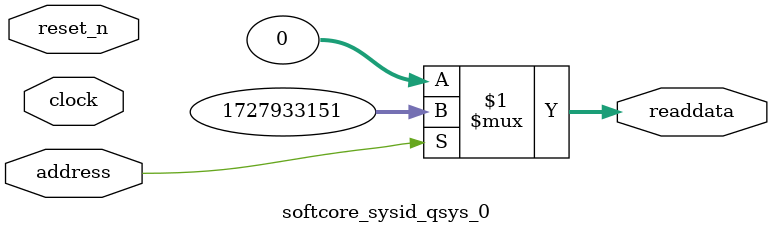
<source format=v>



// synthesis translate_off
`timescale 1ns / 1ps
// synthesis translate_on

// turn off superfluous verilog processor warnings 
// altera message_level Level1 
// altera message_off 10034 10035 10036 10037 10230 10240 10030 

module softcore_sysid_qsys_0 (
               // inputs:
                address,
                clock,
                reset_n,

               // outputs:
                readdata
             )
;

  output  [ 31: 0] readdata;
  input            address;
  input            clock;
  input            reset_n;

  wire    [ 31: 0] readdata;
  //control_slave, which is an e_avalon_slave
  assign readdata = address ? 1727933151 : 0;

endmodule



</source>
